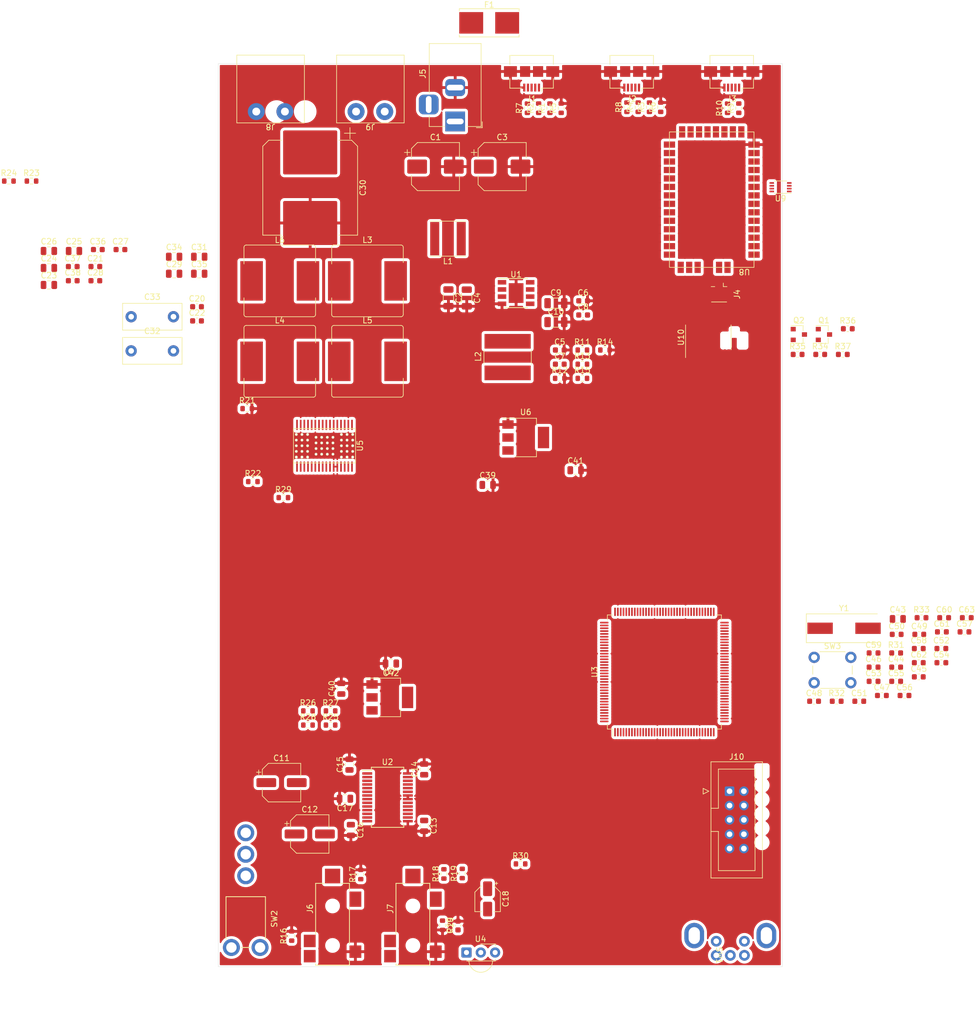
<source format=kicad_pcb>
(kicad_pcb (version 20201116) (generator pcbnew)

  (general
    (thickness 1.6)
  )

  (paper "A4")
  (layers
    (0 "F.Cu" signal)
    (31 "B.Cu" signal)
    (32 "B.Adhes" user "B.Adhesive")
    (33 "F.Adhes" user "F.Adhesive")
    (34 "B.Paste" user)
    (35 "F.Paste" user)
    (36 "B.SilkS" user "B.Silkscreen")
    (37 "F.SilkS" user "F.Silkscreen")
    (38 "B.Mask" user)
    (39 "F.Mask" user)
    (40 "Dwgs.User" user "User.Drawings")
    (41 "Cmts.User" user "User.Comments")
    (42 "Eco1.User" user "User.Eco1")
    (43 "Eco2.User" user "User.Eco2")
    (44 "Edge.Cuts" user)
    (45 "Margin" user)
    (46 "B.CrtYd" user "B.Courtyard")
    (47 "F.CrtYd" user "F.Courtyard")
    (48 "B.Fab" user)
    (49 "F.Fab" user)
  )

  (setup
    (pcbplotparams
      (layerselection 0x00010fc_ffffffff)
      (disableapertmacros false)
      (usegerberextensions false)
      (usegerberattributes true)
      (usegerberadvancedattributes true)
      (creategerberjobfile true)
      (svguseinch false)
      (svgprecision 6)
      (excludeedgelayer true)
      (plotframeref false)
      (viasonmask false)
      (mode 1)
      (useauxorigin false)
      (hpglpennumber 1)
      (hpglpenspeed 20)
      (hpglpendiameter 15.000000)
      (psnegative false)
      (psa4output false)
      (plotreference true)
      (plotvalue true)
      (plotinvisibletext false)
      (sketchpadsonfab false)
      (subtractmaskfromsilk false)
      (outputformat 1)
      (mirror false)
      (drillshape 1)
      (scaleselection 1)
      (outputdirectory "")
    )
  )


  (net 0 "")
  (net 1 "/~SPK_FAULT")
  (net 2 "/Processor/~RST")
  (net 3 "Net-(J10-Pad5)")
  (net 4 "/Processor/SWCLK")
  (net 5 "/~SPK_SD")
  (net 6 "/HP_DETECT")
  (net 7 "+5V")
  (net 8 "Net-(J10-Pad3)")
  (net 9 "/Processor/SWDIO")
  (net 10 "/Bluetooth/SCL")
  (net 11 "Net-(SW1-PadC)")
  (net 12 "GND")
  (net 13 "Net-(SW1-PadB)")
  (net 14 "Net-(SW1-PadA)")
  (net 15 "Net-(SW1-PadS2)")
  (net 16 "Net-(SW1-PadS1)")
  (net 17 "Net-(C31-Pad1)")
  (net 18 "Net-(C25-Pad2)")
  (net 19 "Net-(C24-Pad2)")
  (net 20 "Net-(C24-Pad1)")
  (net 21 "Net-(C25-Pad1)")
  (net 22 "Net-(C1-Pad1)")
  (net 23 "/19V_ANALOG")
  (net 24 "Net-(C5-Pad1)")
  (net 25 "Net-(C6-Pad1)")
  (net 26 "Net-(C7-Pad1)")
  (net 27 "Net-(C7-Pad2)")
  (net 28 "Net-(C8-Pad1)")
  (net 29 "+3.3VA")
  (net 30 "Net-(C11-Pad1)")
  (net 31 "Net-(C11-Pad2)")
  (net 32 "Net-(C12-Pad1)")
  (net 33 "Net-(C12-Pad2)")
  (net 34 "Net-(C13-Pad1)")
  (net 35 "/Speaker Amplifier/3.3V")
  (net 36 "Net-(C18-Pad1)")
  (net 37 "Net-(C18-Pad2)")
  (net 38 "Net-(C20-Pad1)")
  (net 39 "Net-(C23-Pad1)")
  (net 40 "Net-(C23-Pad2)")
  (net 41 "Net-(C26-Pad1)")
  (net 42 "Net-(C26-Pad2)")
  (net 43 "Net-(C29-Pad1)")
  (net 44 "Net-(C32-Pad1)")
  (net 45 "Net-(C33-Pad1)")
  (net 46 "Net-(C36-Pad1)")
  (net 47 "Net-(C36-Pad2)")
  (net 48 "Net-(C37-Pad1)")
  (net 49 "Net-(F1-Pad2)")
  (net 50 "Net-(J1-Pad1)")
  (net 51 "Net-(J1-Pad2)")
  (net 52 "Net-(J1-Pad3)")
  (net 53 "Net-(J1-Pad4)")
  (net 54 "Net-(J2-Pad1)")
  (net 55 "Net-(J2-Pad2)")
  (net 56 "Net-(J2-Pad3)")
  (net 57 "Net-(J2-Pad4)")
  (net 58 "Net-(J3-Pad1)")
  (net 59 "Net-(J3-Pad2)")
  (net 60 "Net-(J3-Pad3)")
  (net 61 "Net-(J3-Pad4)")
  (net 62 "Net-(J5-Pad3)")
  (net 63 "Net-(J6-PadRN)")
  (net 64 "Net-(J6-PadTN)")
  (net 65 "Net-(J7-PadR)")
  (net 66 "Net-(J7-PadRN)")
  (net 67 "Net-(J7-PadTN)")
  (net 68 "/Processor/USB1_DETECT")
  (net 69 "/Processor/USB1_DM")
  (net 70 "/Processor/USB2_DETECT")
  (net 71 "/Processor/USB2_DM")
  (net 72 "/Processor/USB1_DP")
  (net 73 "/Processor/USB2_DP")
  (net 74 "/Bluetooth/USB3_DM")
  (net 75 "/Bluetooth/USB3_DP")
  (net 76 "Net-(R11-Pad1)")
  (net 77 "Net-(R13-Pad1)")
  (net 78 "Net-(R18-Pad2)")
  (net 79 "Net-(R19-Pad2)")
  (net 80 "Net-(R22-Pad1)")
  (net 81 "Net-(SW2-Pad1)")
  (net 82 "Net-(SW2-Pad2)")
  (net 83 "Net-(SW2-Pad3)")
  (net 84 "Net-(U2-Pad2)")
  (net 85 "Net-(J4-Pad1)")
  (net 86 "Net-(J4-Pad2)")
  (net 87 "/AMP_I2C_SDA")
  (net 88 "Net-(R25-Pad2)")
  (net 89 "Net-(U2-Pad12)")
  (net 90 "Net-(U2-Pad13)")
  (net 91 "Net-(U2-Pad19)")
  (net 92 "Net-(U2-Pad20)")
  (net 93 "/SDO")
  (net 94 "Net-(R26-Pad2)")
  (net 95 "/SCL")
  (net 96 "Net-(U2-Pad26)")
  (net 97 "Net-(U3-Pad1)")
  (net 98 "Net-(U3-Pad2)")
  (net 99 "Net-(U3-Pad3)")
  (net 100 "Net-(U3-Pad4)")
  (net 101 "Net-(U3-Pad5)")
  (net 102 "+3V3")
  (net 103 "Net-(U3-Pad7)")
  (net 104 "Net-(U3-Pad8)")
  (net 105 "Net-(U3-Pad9)")
  (net 106 "/BT_I2C_SDA")
  (net 107 "/BT_I2C_SCL")
  (net 108 "Net-(U3-Pad12)")
  (net 109 "Net-(U3-Pad13)")
  (net 110 "Net-(U3-Pad14)")
  (net 111 "Net-(U3-Pad15)")
  (net 112 "Net-(U3-Pad18)")
  (net 113 "Net-(U3-Pad19)")
  (net 114 "Net-(U3-Pad20)")
  (net 115 "Net-(U3-Pad21)")
  (net 116 "Net-(U3-Pad22)")
  (net 117 "Net-(U3-Pad23)")
  (net 118 "Net-(U3-Pad24)")
  (net 119 "/Bluetooth/SCL_1V8")
  (net 120 "Net-(U3-Pad26)")
  (net 121 "Net-(U3-Pad27)")
  (net 122 "/AMP_I2S_SDI")
  (net 123 "/AMP_I2S_SDO")
  (net 124 "/Bluetooth/SDA")
  (net 125 "Net-(U3-Pad34)")
  (net 126 "Net-(U3-Pad35)")
  (net 127 "Net-(U3-Pad36)")
  (net 128 "Net-(U3-Pad37)")
  (net 129 "Net-(U3-Pad40)")
  (net 130 "Net-(U3-Pad41)")
  (net 131 "Net-(U3-Pad42)")
  (net 132 "Net-(U3-Pad43)")
  (net 133 "Net-(U3-Pad44)")
  (net 134 "Net-(U3-Pad45)")
  (net 135 "Net-(U3-Pad46)")
  (net 136 "Net-(U3-Pad47)")
  (net 137 "Net-(U3-Pad48)")
  (net 138 "Net-(U3-Pad49)")
  (net 139 "Net-(U3-Pad50)")
  (net 140 "Net-(R27-Pad2)")
  (net 141 "Net-(R28-Pad2)")
  (net 142 "Net-(U3-Pad56)")
  (net 143 "Net-(U3-Pad57)")
  (net 144 "Net-(U3-Pad58)")
  (net 145 "Net-(U3-Pad59)")
  (net 146 "Net-(U3-Pad60)")
  (net 147 "Net-(U3-Pad63)")
  (net 148 "Net-(U3-Pad64)")
  (net 149 "Net-(U3-Pad65)")
  (net 150 "Net-(U3-Pad66)")
  (net 151 "Net-(U3-Pad67)")
  (net 152 "Net-(U3-Pad68)")
  (net 153 "/AMP_I2S_CK")
  (net 154 "Net-(U3-Pad70)")
  (net 155 "Net-(U3-Pad71)")
  (net 156 "Net-(U3-Pad73)")
  (net 157 "Net-(U3-Pad77)")
  (net 158 "Net-(U3-Pad78)")
  (net 159 "Net-(U3-Pad79)")
  (net 160 "Net-(U3-Pad80)")
  (net 161 "Net-(U3-Pad81)")
  (net 162 "Net-(U3-Pad82)")
  (net 163 "Net-(U3-Pad85)")
  (net 164 "Net-(U3-Pad86)")
  (net 165 "Net-(U3-Pad87)")
  (net 166 "Net-(U3-Pad88)")
  (net 167 "Net-(U3-Pad89)")
  (net 168 "Net-(U3-Pad90)")
  (net 169 "Net-(U3-Pad91)")
  (net 170 "Net-(U3-Pad92)")
  (net 171 "Net-(U3-Pad93)")
  (net 172 "/AMP_I2S_MCK")
  (net 173 "/BT_I2S_MCK")
  (net 174 "Net-(U3-Pad98)")
  (net 175 "Net-(U3-Pad99)")
  (net 176 "Net-(U3-Pad100)")
  (net 177 "Net-(U3-Pad101)")
  (net 178 "/Bluetooth/SDA_1V8")
  (net 179 "Net-(U3-Pad106)")
  (net 180 "/BT_I2S_WS")
  (net 181 "Net-(U3-Pad111)")
  (net 182 "Net-(U3-Pad112)")
  (net 183 "Net-(U3-Pad113)")
  (net 184 "Net-(U3-Pad114)")
  (net 185 "Net-(U3-Pad115)")
  (net 186 "Net-(U3-Pad116)")
  (net 187 "Net-(U3-Pad117)")
  (net 188 "Net-(U3-Pad118)")
  (net 189 "Net-(U3-Pad119)")
  (net 190 "Net-(U3-Pad122)")
  (net 191 "Net-(U3-Pad123)")
  (net 192 "Net-(U3-Pad124)")
  (net 193 "Net-(U3-Pad125)")
  (net 194 "Net-(U3-Pad126)")
  (net 195 "Net-(U3-Pad127)")
  (net 196 "Net-(U3-Pad128)")
  (net 197 "Net-(U3-Pad129)")
  (net 198 "Net-(U3-Pad132)")
  (net 199 "/BT_I2S_CK")
  (net 200 "/BT_I2S_SDI")
  (net 201 "/BT_I2S_SDO")
  (net 202 "Net-(U3-Pad138)")
  (net 203 "Net-(U3-Pad139)")
  (net 204 "/AMP_I2S_WS")
  (net 205 "Net-(U3-Pad141)")
  (net 206 "Net-(U3-Pad142)")
  (net 207 "Net-(U4-Pad1)")
  (net 208 "Net-(U4-Pad2)")
  (net 209 "Net-(U4-Pad3)")
  (net 210 "Net-(R29-Pad2)")
  (net 211 "Net-(R30-Pad2)")
  (net 212 "Net-(U8-Pad39)")
  (net 213 "Net-(U8-Pad38)")
  (net 214 "Net-(U8-Pad37)")
  (net 215 "Net-(U8-Pad36)")
  (net 216 "Net-(U8-Pad35)")
  (net 217 "Net-(U8-Pad34)")
  (net 218 "Net-(U8-Pad33)")
  (net 219 "Net-(U8-Pad32)")
  (net 220 "Net-(U8-Pad31)")
  (net 221 "Net-(U8-Pad30)")
  (net 222 "Net-(U8-Pad29)")
  (net 223 "Net-(U8-Pad28)")
  (net 224 "Net-(U8-Pad27)")
  (net 225 "Net-(U8-Pad26)")
  (net 226 "Net-(U8-Pad25)")
  (net 227 "Net-(U8-Pad24)")
  (net 228 "Net-(U8-Pad23)")
  (net 229 "Net-(U8-Pad20)")
  (net 230 "Net-(U8-Pad17)")
  (net 231 "Net-(U8-Pad16)")
  (net 232 "Net-(U8-Pad12)")
  (net 233 "Net-(U8-Pad11)")
  (net 234 "/Bluetooth/SDI_1.8V")
  (net 235 "/Bluetooth/CK_1.8V")
  (net 236 "/Bluetooth/WS_1.8V")
  (net 237 "Net-(U8-Pad7)")
  (net 238 "Net-(U8-Pad6)")
  (net 239 "Net-(U8-Pad5)")
  (net 240 "Net-(U8-Pad4)")
  (net 241 "Net-(U8-Pad3)")
  (net 242 "Net-(U8-Pad2)")
  (net 243 "Net-(U8-Pad1)")
  (net 244 "+1V8")
  (net 245 "/Bluetooth/CK")
  (net 246 "/Bluetooth/WS")
  (net 247 "/Bluetooth/SDI")
  (net 248 "Net-(U10-Pad24)")
  (net 249 "Net-(U10-Pad23)")
  (net 250 "Net-(U10-Pad22)")
  (net 251 "Net-(U10-Pad21)")
  (net 252 "Net-(U10-Pad20)")
  (net 253 "Net-(U10-Pad19)")
  (net 254 "Net-(U10-Pad18)")
  (net 255 "Net-(U10-Pad17)")
  (net 256 "Net-(U10-Pad16)")
  (net 257 "Net-(U10-Pad15)")
  (net 258 "Net-(U10-Pad14)")
  (net 259 "Net-(U10-Pad11)")
  (net 260 "Net-(U10-Pad10)")
  (net 261 "Net-(U10-Pad9)")
  (net 262 "Net-(U10-Pad8)")
  (net 263 "Net-(U10-Pad7)")
  (net 264 "Net-(U10-Pad6)")
  (net 265 "Net-(U10-Pad5)")
  (net 266 "Net-(U10-Pad4)")
  (net 267 "Net-(U10-Pad3)")
  (net 268 "Net-(U10-Pad2)")
  (net 269 "Net-(U10-Pad1)")
  (net 270 "Net-(J10-Pad10)")
  (net 271 "Net-(J10-Pad8)")
  (net 272 "Net-(J10-Pad9)")
  (net 273 "Net-(J10-Pad7)")

  (footprint "Resistor_SMD:R_0603_1608Metric" (layer "F.Cu") (at 137.45 32.725 90))

  (footprint "Resistor_SMD:R_0603_1608Metric" (layer "F.Cu") (at 139.45 32.725 90))

  (footprint "Resistor_SMD:R_0603_1608Metric" (layer "F.Cu") (at 143.45 32.725 90))

  (footprint "Resistor_SMD:R_0603_1608Metric" (layer "F.Cu") (at 123.8 32.9 90))

  (footprint "Connector_USB:USB_Micro-B_Amphenol_10104110_Horizontal" (layer "F.Cu") (at 138.3 27.7 180))

  (footprint "Package_QFP:LQFP-144_20x20mm_P0.5mm" (layer "F.Cu") (at 144.1 132.8 90))

  (footprint "Connector_USB:USB_Micro-B_Amphenol_10104110_Horizontal" (layer "F.Cu") (at 156.05 27.7 180))

  (footprint "Resistor_SMD:R_0603_1608Metric" (layer "F.Cu") (at 125.8 32.9 90))

  (footprint "Resistor_SMD:R_0603_1608Metric" (layer "F.Cu") (at 119.8 32.9 90))

  (footprint "Resistor_SMD:R_0603_1608Metric" (layer "F.Cu") (at 157.3 32.9 90))

  (footprint "Resistor_SMD:R_0603_1608Metric" (layer "F.Cu") (at 121.8 32.9 90))

  (footprint "Resistor_SMD:R_0603_1608Metric" (layer "F.Cu") (at 141.45 32.725 90))

  (footprint "Package_SO:SSOP-28_5.3x10.2mm_P0.65mm" (layer "F.Cu") (at 95 155))

  (footprint "Package_SO:Diodes_SO-8EP" (layer "F.Cu") (at 117.8025 65.655))

  (footprint "Connector_USB:USB_Micro-B_Amphenol_10104110_Horizontal" (layer "F.Cu") (at 120.55 27.7 180))

  (footprint "Resistor_SMD:R_0603_1608Metric" (layer "F.Cu") (at 155.3 32.9 90))

  (footprint "Connector_BarrelJack:BarrelJack_Horizontal" (layer "F.Cu") (at 107 35.25 -90))

  (footprint "OptoDevice:Vishay_MINICAST-3Pin" (layer "F.Cu") (at 109 182.5))

  (footprint "HackAmp-Footprints:Jack_3.5mm_Switchcraft_35RASMT4BHNTRX_Horizontal" (layer "F.Cu") (at 85.25 177.75 180))

  (footprint "Capacitor_SMD:C_0805_2012Metric" (layer "F.Cu") (at 101.5 160.05 -90))

  (footprint "Capacitor_SMD:C_0805_2012Metric" (layer "F.Cu") (at 101.5 150.05 90))

  (footprint "Capacitor_SMD:C_0805_2012Metric" (layer "F.Cu") (at 88.25 149.2 90))

  (footprint "Resistor_SMD:R_0603_1608Metric" (layer "F.Cu") (at 78 179.575 90))

  (footprint "Resistor_SMD:R_0603_1608Metric" (layer "F.Cu") (at 90.25 168.675 90))

  (footprint "Capacitor_SMD:C_0805_2012Metric" (layer "F.Cu") (at 88.5 160.8 -90))

  (footprint "Capacitor_SMD:C_0805_2012Metric" (layer "F.Cu") (at 87.45 155.25 180))

  (footprint "Capacitor_SMD:C_0603_1608Metric" (layer "F.Cu") (at 125.55 75.75))

  (footprint "Capacitor_SMD:C_0603_1608Metric" (layer "F.Cu") (at 125.55 78.26))

  (footprint "Resistor_SMD:R_0603_1608Metric" (layer "F.Cu") (at 129.56 75.75))

  (footprint "Resistor_SMD:R_0603_1608Metric" (layer "F.Cu") (at 125.55 80.77))

  (footprint "Resistor_SMD:R_0603_1608Metric" (layer "F.Cu") (at 129.56 78.26))

  (footprint "Resistor_SMD:R_0603_1608Metric" (layer "F.Cu") (at 133.57 75.75))

  (footprint "Resistor_SMD:R_0603_1608Metric" (layer "F.Cu") (at 129.56 80.77))

  (footprint "Resistor_SMD:R_0603_1608Metric" (layer "F.Cu") (at 108.25 168.5 90))

  (footprint "Resistor_SMD:R_0603_1608Metric" (layer "F.Cu") (at 104.75 177.675 -90))

  (footprint "Resistor_SMD:R_0603_1608Metric" (layer "F.Cu") (at 105 168.575 90))

  (footprint "HackAmp-Footprints:Jack_3.5mm_Switchcraft_35RASMT4BHNTRX_Horizontal" (layer "F.Cu") (at 99.5 177.75 180))

  (footprint "Capacitor_SMD:CP_Elec_8x10" (layer "F.Cu") (at 103.5 43.25))

  (footprint "Capacitor_SMD:C_1206_3216Metric" (layer "F.Cu") (at 105.8 66.5 -90))

  (footprint "Capacitor_SMD:CP_Elec_8x10" (layer "F.Cu") (at 115.33 43.25))

  (footprint "Capacitor_SMD:C_1206_3216Metric" (layer "F.Cu") (at 109.05 66.525 -90))

  (footprint "Inductor_SMD:L_Bourns-SRN8040_8x8.15mm" (layer "F.Cu")
    (tedit 5D866CC7) (tstamp 00000000-0000-0000-0000-00005fb054a8)
    (at 116.3 77 90)
    (descr "Bourns SRN8040 series SMD inductor 8x8.15mm, https://www.bourns.com/docs/Product-Datasheets/SRN8040.pdf")
    (tags "Bourns SRN8040 SMD inductor")
    (property "Dateiname Blatt" "power-supply.kicad_sch")
    (property "Part Name" "SRN8040-100M")
    (property "Schaltplanname" "Power Supply")
    (path "/00000000-0000-0000-0000-00005fa5bc7f/00000000-0000-0000-0000-00005fb174e8")
    (attr smd)
    (fp_text reference "L2" (at 0.09 -5.23 90) (layer "F.SilkS")
      (effects (font (size 1 1) (thickness 0.15)))
      (tstamp 39e5abd0-9138-4b9a-bee2-b6330ced7f18)
    )
    (fp_text value "10uH" (at 0.17 5.23 90) (layer "F.Fab")
      (effects (font (size 1 1) (thickness 0.15)))
      (tstamp 0a1b4d10-4862-45ae-a919-b0e85adc6717)
    )
    (fp_text user "${REFERENCE}" (at 0.127 0 90) (layer "F.Fab")
      (effects (font (size 1 1) (thickness 0.15)))
      (tstamp 03aa24e6-7c6e-4d8c-93f1-41fdaf5628ce)
    )
    (fp_line (start 1.25 -4.2) (end -1.25 -4.2) (layer "F.SilkS") (width 0.12) (tstamp b6464473-acc7-4749-936f-8452eacbda5c))
    (fp_line
... [997061 chars truncated]
</source>
